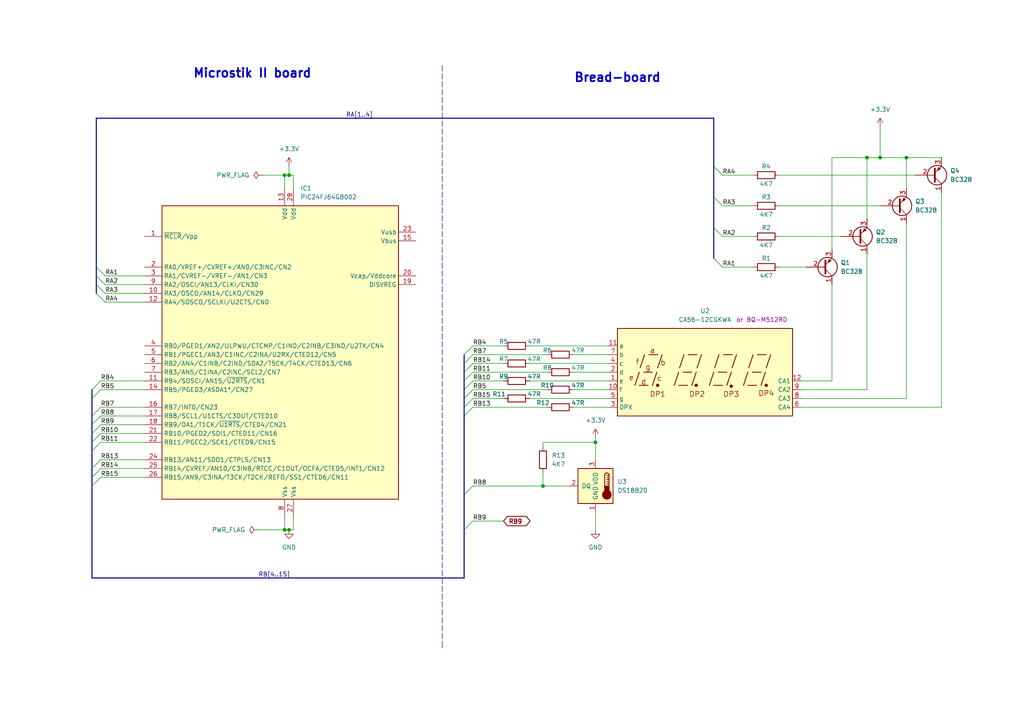
<source format=kicad_sch>
(kicad_sch (version 20211123) (generator eeschema)
  (paper "A4")
  (title_block (title "PIC24FJ Thermometer with DS18B20 and 4 digit LED display") (date "2022-12-31") (rev "0.11") (company "Henryk Paluch"))
  (lib_symbols
    (symbol "Device:R" (pin_numbers hide) (pin_names (offset 0))
      (property "Reference" "R" (at 2.032 0 90))
      (property "Value" "R" (at 0 0 90))
      (symbol "R_0_1"
        (rectangle (start -1.016 -2.54) (end 1.016 2.54) (stroke (width 0.254)))
      )
      (symbol "R_1_1"
        (pin passive line (at 0 3.81 270) (length 1.27) (name "~") (number "1"))
        (pin passive line (at 0 -3.81 90) (length 1.27) (name "~") (number "2"))
      )
    )
    (symbol "Display_Character:CA56-12CGKWA"
      (property "Reference" "U" (at -24.13 13.97 0))
      (property "Value" "CA56-12CGKWA" (at 17.78 13.97 0))
      (symbol "CA56-12CGKWA_0_0"
        (rectangle (start -25.4 12.7) (end 25.4 -12.7) (stroke (width 0.254)) (fill (type background)))
        (polyline (pts (xy -20.32 -3.81) (xy -19.05 0)) (stroke (width 0.254)))
        (polyline (pts (xy -19.05 -3.81) (xy -16.51 -3.81)) (stroke (width 0.254)))
        (polyline (pts (xy -18.796 1.27) (xy -17.526 5.08)) (stroke (width 0.254)))
        (polyline (pts (xy -17.78 0) (xy -15.24 0)) (stroke (width 0.254)))
        (polyline (pts (xy -16.256 5.08) (xy -13.716 5.08)) (stroke (width 0.254)))
        (polyline (pts (xy -15.24 -3.81) (xy -13.97 0)) (stroke (width 0.254)))
        (polyline (pts (xy -13.716 1.27) (xy -12.446 5.08)) (stroke (width 0.254)))
        (polyline (pts (xy -8.89 -3.81) (xy -7.62 0)) (stroke (width 0.254)))
        (polyline (pts (xy -7.62 -3.81) (xy -5.08 -3.81)) (stroke (width 0.254)))
        (polyline (pts (xy -7.366 1.27) (xy -6.096 5.08)) (stroke (width 0.254)))
        (polyline (pts (xy -6.35 0) (xy -3.81 0)) (stroke (width 0.254)))
        (polyline (pts (xy -4.826 5.08) (xy -2.286 5.08)) (stroke (width 0.254)))
        (polyline (pts (xy -3.81 -3.81) (xy -2.54 0)) (stroke (width 0.254)))
        (polyline (pts (xy -2.286 1.27) (xy -1.016 5.08)) (stroke (width 0.254)))
        (polyline (pts (xy 1.27 -3.81) (xy 2.54 0)) (stroke (width 0.254)))
        (polyline (pts (xy 2.54 -3.81) (xy 5.08 -3.81)) (stroke (width 0.254)))
        (polyline (pts (xy 2.794 1.27) (xy 4.064 5.08)) (stroke (width 0.254)))
        (polyline (pts (xy 3.81 0) (xy 6.35 0)) (stroke (width 0.254)))
        (polyline (pts (xy 5.334 5.08) (xy 7.874 5.08)) (stroke (width 0.254)))
        (polyline (pts (xy 6.35 -3.81) (xy 7.62 0)) (stroke (width 0.254)))
        (polyline (pts (xy 7.874 1.27) (xy 9.144 5.08)) (stroke (width 0.254)))
        (polyline (pts (xy 11.176 -3.81) (xy 12.446 0)) (stroke (width 0.254)))
        (polyline (pts (xy 12.446 -3.81) (xy 14.986 -3.81)) (stroke (width 0.254)))
        (polyline (pts (xy 12.7 1.27) (xy 13.97 5.08)) (stroke (width 0.254)))
        (polyline (pts (xy 13.716 0) (xy 16.256 0)) (stroke (width 0.254)))
        (polyline (pts (xy 15.24 5.08) (xy 17.78 5.08)) (stroke (width 0.254)))
        (polyline (pts (xy 16.256 -3.81) (xy 17.526 0)) (stroke (width 0.254)))
        (polyline (pts (xy 17.78 1.27) (xy 19.05 5.08)) (stroke (width 0.254)))
        (text "a" (at -15.24 6.35 0) (effects (font (size 1.524 1.524))))
        (text "b" (at -12.192 2.794 0) (effects (font (size 1.524 1.524))))
        (text "c" (at -13.208 -1.778 0) (effects (font (size 1.524 1.524))))
        (text "d" (at -17.78 -2.794 0) (effects (font (size 1.524 1.524))))
        (text "DP1" (at -13.716 -6.35 0) (effects (font (size 1.524 1.524))))
        (text "DP2" (at -2.286 -6.35 0) (effects (font (size 1.524 1.524))))
        (text "DP3" (at 7.62 -6.35 0) (effects (font (size 1.524 1.524))))
        (text "DP4" (at 17.78 -6.096 0) (effects (font (size 1.524 1.524))))
        (text "e" (at -21.336 -1.524 0) (effects (font (size 1.524 1.524))))
        (text "f" (at -19.558 3.048 0) (effects (font (size 1.524 1.524))))
        (text "g" (at -16.51 1.524 0) (effects (font (size 1.524 1.524))))
      )
      (symbol "CA56-12CGKWA_0_1"
        (circle (center -13.716 -3.81) (radius 0.3556) (stroke (width 0.254)) (fill (type outline)))
        (circle (center -2.54 -3.81) (radius 0.3556) (stroke (width 0.254)) (fill (type outline)))
      )
      (symbol "CA56-12CGKWA_1_0"
        (circle (center 7.62 -4.064) (radius 0.3556) (stroke (width 0.254)) (fill (type outline)))
        (circle (center 17.78 -3.81) (radius 0.3556) (stroke (width 0.254)) (fill (type outline)))
      )
      (symbol "CA56-12CGKWA_1_1"
        (pin input line (at -27.94 -2.54 0) (length 2.54) (name "e") (number "1"))
        (pin input line (at -27.94 -5.08 0) (length 2.54) (name "f") (number "10"))
        (pin input line (at -27.94 7.62 0) (length 2.54) (name "a") (number "11"))
        (pin input line (at 27.94 -2.54 180) (length 2.54) (name "CA1") (number "12"))
        (pin input line (at -27.94 0 0) (length 2.54) (name "d") (number "2"))
        (pin input line (at -27.94 -10.16 0) (length 2.54) (name "DPX") (number "3"))
        (pin input line (at -27.94 2.54 0) (length 2.54) (name "c") (number "4"))
        (pin input line (at -27.94 -7.62 0) (length 2.54) (name "g") (number "5"))
        (pin input line (at 27.94 -10.16 180) (length 2.54) (name "CA4") (number "6"))
        (pin input line (at -27.94 5.08 0) (length 2.54) (name "b") (number "7"))
        (pin input line (at 27.94 -7.62 180) (length 2.54) (name "CA3") (number "8"))
        (pin input line (at 27.94 -5.08 180) (length 2.54) (name "CA2") (number "9"))
      )
    )
    (symbol "Sensor_Temperature:DS18B20" (pin_names (offset 1.016))
      (property "Reference" "U" (at -3.81 6.35 0))
      (property "Value" "DS18B20" (at 6.35 6.35 0))
      (symbol "DS18B20_0_1"
        (rectangle (start -5.08 5.08) (end 5.08 -5.08) (stroke (width 0.254)) (fill (type background)))
        (circle (center -3.302 -2.54) (radius 1.27) (stroke (width 0.254)) (fill (type outline)))
        (rectangle (start -2.667 -1.905) (end -3.937 0) (stroke (width 0.254)) (fill (type outline)))
        (arc (start -2.667 3.175) (mid -3.302 3.81) (end -3.937 3.175) (stroke (width 0.254)))
        (polyline (pts (xy -3.937 0.635) (xy -3.302 0.635)) (stroke (width 0.254)))
        (polyline (pts (xy -3.937 1.27) (xy -3.302 1.27)) (stroke (width 0.254)))
        (polyline (pts (xy -3.937 1.905) (xy -3.302 1.905)) (stroke (width 0.254)))
        (polyline (pts (xy -3.937 2.54) (xy -3.302 2.54)) (stroke (width 0.254)))
        (polyline (pts (xy -3.937 3.175) (xy -3.937 0)) (stroke (width 0.254)))
        (polyline (pts (xy -3.937 3.175) (xy -3.302 3.175)) (stroke (width 0.254)))
        (polyline (pts (xy -2.667 3.175) (xy -2.667 0)) (stroke (width 0.254)))
      )
      (symbol "DS18B20_1_1"
        (pin power_in line (at 0 -7.62 90) (length 2.54) (name "GND") (number "1"))
        (pin bidirectional line (at 7.62 0 180) (length 2.54) (name "DQ") (number "2"))
        (pin power_in line (at 0 7.62 270) (length 2.54) (name "VDD") (number "3"))
      )
    )
    (symbol "Transistor_BJT:BC328" (pin_names (offset 0) hide)
      (property "Reference" "Q" (at 5.08 1.905 0))
      (property "Value" "BC328" (at 5.08 0 0))
      (symbol "BC328_0_1"
        (polyline (pts (xy 0.635 0.635) (xy 2.54 2.54)))
        (polyline (pts (xy 0.635 -0.635) (xy 2.54 -2.54) (xy 2.54 -2.54)))
        (polyline (pts (xy 0.635 1.905) (xy 0.635 -1.905) (xy 0.635 -1.905)) (stroke (width 0.508)))
        (polyline (pts (xy 2.286 -1.778) (xy 1.778 -2.286) (xy 1.27 -1.27) (xy 2.286 -1.778) (xy 2.286 -1.778)) (fill (type outline)))
        (circle (center 1.27 0) (radius 2.8194) (stroke (width 0.254)))
      )
      (symbol "BC328_1_1"
        (pin passive line (at 2.54 5.08 270) (length 2.54) (name "C") (number "1"))
        (pin input line (at -5.08 0 0) (length 5.715) (name "B") (number "2"))
        (pin passive line (at 2.54 -5.08 90) (length 2.54) (name "E") (number "3"))
      )
    )
    (symbol "hp_ms2:PIC24FJ64GB002"
      (property "Reference" "IC" (at -43.18 54.61 0))
      (property "Value" "PIC24FJ64GB002" (at -43.18 52.07 0))
      (symbol "PIC24FJ64GB002_1_0"
        (rectangle (start -36.83 40.64) (end 31.75 -44.45) (stroke (width 0.254)) (fill (type background)))
      )
      (symbol "PIC24FJ64GB002_1_1"
        (pin bidirectional line (at -41.91 31.75 0) (length 5.08) (name "~{MCLR}/Vpp") (number "1"))
        (pin bidirectional line (at -41.91 15.24 0) (length 5.08) (name "RA3/OSCO/AN14/CLKO/CN29") (number "10"))
        (pin bidirectional line (at -41.91 -10.16 0) (length 5.08) (name "RB4/SOSCI/AN15/~{U2RTS}/CN1") (number "11"))
        (pin bidirectional line (at -41.91 12.7 0) (length 5.08) (name "RA4/SOSCO/SCLKI/U2CTS/CN0") (number "12"))
        (pin power_in line (at -1.27 45.72 270) (length 5.08) (name "Vdd") (number "13"))
        (pin bidirectional line (at -41.91 -12.7 0) (length 5.08) (name "RB5/PGED3/ASDA1*/CN27") (number "14"))
        (pin bidirectional line (at 36.83 30.48 180) (length 5.08) (name "Vbus") (number "15"))
        (pin bidirectional line (at -41.91 -17.78 0) (length 5.08) (name "RB7/INT0/CN23") (number "16"))
        (pin bidirectional line (at -41.91 -20.32 0) (length 5.08) (name "RB8/SCL1/U1CTS/C3OUT/CTED10") (number "17"))
        (pin bidirectional line (at -41.91 -22.86 0) (length 5.08) (name "RB9/DA1/T1CK/~{U1RTS}/CTED4/CN21") (number "18"))
        (pin input line (at 36.83 17.78 180) (length 5.08) (name "DISVREG") (number "19"))
        (pin bidirectional line (at -41.91 22.86 0) (length 5.08) (name "RA0/VREF+/CVREF+/AN0/C3INC/CN2") (number "2"))
        (pin bidirectional line (at 36.83 20.32 180) (length 5.08) (name "Vcap/Vddcore") (number "20"))
        (pin bidirectional line (at -41.91 -25.4 0) (length 5.08) (name "RB10/PGED2/SDI1/CTED11/CN16") (number "21"))
        (pin bidirectional line (at -41.91 -27.94 0) (length 5.08) (name "RB11/PGEC2/SCK1/CTED9/CN15") (number "22"))
        (pin bidirectional line (at 36.83 33.02 180) (length 5.08) (name "Vusb") (number "23"))
        (pin bidirectional line (at -41.91 -33.02 0) (length 5.08) (name "RB13/AN11/SDO1/CTPLS/CN13") (number "24"))
        (pin bidirectional line (at -41.91 -35.56 0) (length 5.08) (name "RB14/CVREF/AN10/C3INB/RTCC/C1OUT/OCFA/CTED5/INT1/CN12") (number "25"))
        (pin bidirectional line (at -41.91 -38.1 0) (length 5.08) (name "RB15/AN9/C3INA/T3CK/T2CK/REFO/SS1/CTED6/CN11") (number "26"))
        (pin power_in line (at 1.27 -49.53 90) (length 5.08) (name "Vss") (number "27"))
        (pin power_in line (at 1.27 45.72 270) (length 5.08) (name "Vdd") (number "28"))
        (pin bidirectional line (at -41.91 20.32 0) (length 5.08) (name "RA1/CVREF-/VREF-/AN1/CN3") (number "3"))
        (pin bidirectional line (at -41.91 0 0) (length 5.08) (name "RB0/PGED1/AN2/ULPWU/CTCMP/C1IND/C2INB/C3IND/U2TX/CN4") (number "4"))
        (pin bidirectional line (at -41.91 -2.54 0) (length 5.08) (name "RB1/PGEC1/AN3/C1INC/C2INA/U2RX/CTED12/CN5") (number "5"))
        (pin bidirectional line (at -41.91 -5.08 0) (length 5.08) (name "RB2/AN4/C1INB/C2IND/SDA2/T5CK/T4CK/CTED13/CN6") (number "6"))
        (pin bidirectional line (at -41.91 -7.62 0) (length 5.08) (name "RB3/AN5/C1INA/C2INC/SCL2/CN7") (number "7"))
        (pin power_in line (at -1.27 -49.53 90) (length 5.08) (name "Vss") (number "8"))
        (pin bidirectional line (at -41.91 17.78 0) (length 5.08) (name "RA2/OSCI/AN13/CLKI/CN30") (number "9"))
      )
    )
    (symbol "power:+3.3V" (power) (pin_names (offset 0))
      (property "Value" "+3.3V" (at 0 3.556 0))
      (symbol "+3.3V_0_1"
        (polyline (pts (xy -0.762 1.27) (xy 0 2.54)))
        (polyline (pts (xy 0 0) (xy 0 2.54)))
        (polyline (pts (xy 0 2.54) (xy 0.762 1.27)))
      )
      (symbol "+3.3V_1_1"
        (pin power_in line (at 0 0 90) (length 0) hide (name "+3.3V") (number "1"))
      )
    )
    (symbol "power:GND" (power) (pin_names (offset 0))
      (property "Value" "GND" (at 0 -3.81 0))
      (symbol "GND_0_1"
        (polyline (pts (xy 0 0) (xy 0 -1.27) (xy 1.27 -1.27) (xy 0 -2.54) (xy -1.27 -1.27) (xy 0 -1.27)))
      )
      (symbol "GND_1_1"
        (pin power_in line (at 0 0 270) (length 0) hide (name "GND") (number "1"))
      )
    )
    (symbol "power:PWR_FLAG" (power) (pin_numbers hide) (pin_names (offset 0) hide)
      (property "Value" "PWR_FLAG" (at 0 3.81 0))
      (symbol "PWR_FLAG_0_0"
        (pin power_out line (at 0 0 90) (length 0) (name "pwr") (number "1"))
      )
      (symbol "PWR_FLAG_0_1"
        (polyline (pts (xy 0 0) (xy 0 1.27) (xy -1.016 1.905) (xy 0 2.54) (xy 1.016 1.905) (xy 0 1.27)))
      )
    )
  )
  (junction (at 83.82 50.8))
  (junction (at 255.27 45.72))
  (junction (at 82.55 153.67))
  (junction (at 262.89 45.72))
  (junction (at 157.48 140.97))
  (junction (at 251.46 45.72))
  (junction (at 83.82 153.67))
  (junction (at 172.72 128.27))
  (junction (at 82.55 50.8))
  (bus_entry (at 27.94 85.09) (size 2.54 2.54))
  (bus_entry (at 134.62 113.03) (size 2.54 -2.54))
  (bus_entry (at 207.01 66.04) (size 2.54 2.54))
  (bus_entry (at 134.62 102.87) (size 2.54 -2.54))
  (bus_entry (at 26.67 135.89) (size 2.54 -2.54))
  (bus_entry (at 207.01 57.15) (size 2.54 2.54))
  (bus_entry (at 26.67 120.65) (size 2.54 -2.54))
  (bus_entry (at 134.62 110.49) (size 2.54 -2.54))
  (bus_entry (at 26.67 113.03) (size 2.54 -2.54))
  (bus_entry (at 134.62 107.95) (size 2.54 -2.54))
  (bus_entry (at 27.94 82.55) (size 2.54 2.54))
  (bus_entry (at 134.62 115.57) (size 2.54 -2.54))
  (bus_entry (at 26.67 130.81) (size 2.54 -2.54))
  (bus_entry (at 26.67 138.43) (size 2.54 -2.54))
  (bus_entry (at 27.94 80.01) (size 2.54 2.54))
  (bus_entry (at 26.67 115.57) (size 2.54 -2.54))
  (bus_entry (at 207.01 74.93) (size 2.54 2.54))
  (bus_entry (at 134.62 105.41) (size 2.54 -2.54))
  (bus_entry (at 26.67 140.97) (size 2.54 -2.54))
  (bus_entry (at 134.62 120.65) (size 2.54 -2.54))
  (bus_entry (at 134.62 118.11) (size 2.54 -2.54))
  (bus_entry (at 207.01 48.26) (size 2.54 2.54))
  (bus_entry (at 26.67 128.27) (size 2.54 -2.54))
  (bus_entry (at 26.67 123.19) (size 2.54 -2.54))
  (bus_entry (at 27.94 77.47) (size 2.54 2.54))
  (bus_entry (at 26.67 125.73) (size 2.54 -2.54))
  (bus_entry (at 134.62 143.51) (size 2.54 -2.54))
  (bus_entry (at 134.62 153.67) (size 2.54 -2.54))
  (wire (pts (xy 82.55 153.67) (xy 83.82 153.67)))
  (wire (pts (xy 29.21 123.19) (xy 41.91 123.19)))
  (wire (pts (xy 30.48 82.55) (xy 41.91 82.55)))
  (wire (pts (xy 29.21 113.03) (xy 41.91 113.03)))
  (bus (pts (xy 27.94 34.29) (xy 207.01 34.29)))
  (wire (pts (xy 262.89 45.72) (xy 262.89 54.61)))
  (wire (pts (xy 137.16 100.33) (xy 146.05 100.33)))
  (wire (pts (xy 29.21 120.65) (xy 41.91 120.65)))
  (wire (pts (xy 166.37 113.03) (xy 176.53 113.03)))
  (wire (pts (xy 29.21 133.35) (xy 41.91 133.35)))
  (bus (pts (xy 134.62 113.03) (xy 134.62 115.57)))
  (wire (pts (xy 226.06 68.58) (xy 243.84 68.58)))
  (wire (pts (xy 209.55 59.69) (xy 218.44 59.69)))
  (bus (pts (xy 26.67 138.43) (xy 26.67 140.97)))
  (wire (pts (xy 251.46 63.5) (xy 251.46 45.72)))
  (wire (pts (xy 153.67 115.57) (xy 176.53 115.57)))
  (bus (pts (xy 27.94 80.01) (xy 27.94 77.47)))
  (wire (pts (xy 137.16 110.49) (xy 146.05 110.49)))
  (wire (pts (xy 85.09 54.61) (xy 85.09 50.8)))
  (bus (pts (xy 207.01 66.04) (xy 207.01 74.93)))
  (bus (pts (xy 134.62 110.49) (xy 134.62 113.03)))
  (wire (pts (xy 82.55 50.8) (xy 82.55 54.61)))
  (bus (pts (xy 27.94 85.09) (xy 27.94 82.55)))
  (wire (pts (xy 74.93 153.67) (xy 82.55 153.67)))
  (wire (pts (xy 157.48 129.54) (xy 157.48 128.27)))
  (bus (pts (xy 27.94 34.29) (xy 27.94 77.47)))
  (wire (pts (xy 137.16 107.95) (xy 158.75 107.95)))
  (wire (pts (xy 153.67 110.49) (xy 176.53 110.49)))
  (wire (pts (xy 137.16 105.41) (xy 146.05 105.41)))
  (polyline (pts (xy 128.27 186.69) (xy 128.27 187.96)))
  (wire (pts (xy 241.3 82.55) (xy 241.3 110.49)))
  (bus (pts (xy 207.01 48.26) (xy 207.01 57.15)))
  (wire (pts (xy 166.37 102.87) (xy 176.53 102.87)))
  (wire (pts (xy 273.05 55.88) (xy 273.05 118.11)))
  (wire (pts (xy 262.89 45.72) (xy 255.27 45.72)))
  (wire (pts (xy 262.89 64.77) (xy 262.89 115.57)))
  (wire (pts (xy 166.37 118.11) (xy 176.53 118.11)))
  (bus (pts (xy 26.67 130.81) (xy 26.67 135.89)))
  (bus (pts (xy 26.67 120.65) (xy 26.67 123.19)))
  (wire (pts (xy 137.16 102.87) (xy 158.75 102.87)))
  (wire (pts (xy 137.16 151.13) (xy 146.05 151.13)))
  (bus (pts (xy 134.62 120.65) (xy 134.62 143.51)))
  (wire (pts (xy 226.06 50.8) (xy 265.43 50.8)))
  (wire (pts (xy 251.46 45.72) (xy 255.27 45.72)))
  (wire (pts (xy 172.72 127) (xy 172.72 128.27)))
  (wire (pts (xy 157.48 137.16) (xy 157.48 140.97)))
  (bus (pts (xy 207.01 57.15) (xy 207.01 66.04)))
  (wire (pts (xy 83.82 50.8) (xy 83.82 48.26)))
  (wire (pts (xy 251.46 73.66) (xy 251.46 113.03)))
  (bus (pts (xy 27.94 82.55) (xy 27.94 80.01)))
  (wire (pts (xy 85.09 50.8) (xy 83.82 50.8)))
  (wire (pts (xy 82.55 149.86) (xy 82.55 153.67)))
  (bus (pts (xy 134.62 153.67) (xy 134.62 167.64)))
  (wire (pts (xy 241.3 72.39) (xy 241.3 45.72)))
  (bus (pts (xy 207.01 34.29) (xy 207.01 48.26)))
  (wire (pts (xy 262.89 115.57) (xy 232.41 115.57)))
  (wire (pts (xy 153.67 105.41) (xy 176.53 105.41)))
  (wire (pts (xy 29.21 110.49) (xy 41.91 110.49)))
  (bus (pts (xy 26.67 128.27) (xy 26.67 130.81)))
  (bus (pts (xy 26.67 123.19) (xy 26.67 125.73)))
  (wire (pts (xy 166.37 107.95) (xy 176.53 107.95)))
  (bus (pts (xy 134.62 143.51) (xy 134.62 153.67)))
  (wire (pts (xy 30.48 80.01) (xy 41.91 80.01)))
  (wire (pts (xy 255.27 45.72) (xy 255.27 36.83)))
  (bus (pts (xy 134.62 115.57) (xy 134.62 118.11)))
  (wire (pts (xy 137.16 140.97) (xy 157.48 140.97)))
  (bus (pts (xy 134.62 118.11) (xy 134.62 120.65)))
  (wire (pts (xy 29.21 125.73) (xy 41.91 125.73)))
  (bus (pts (xy 26.67 125.73) (xy 26.67 128.27)))
  (wire (pts (xy 209.55 68.58) (xy 218.44 68.58)))
  (wire (pts (xy 157.48 128.27) (xy 172.72 128.27)))
  (wire (pts (xy 273.05 45.72) (xy 262.89 45.72)))
  (wire (pts (xy 226.06 77.47) (xy 233.68 77.47)))
  (wire (pts (xy 251.46 113.03) (xy 232.41 113.03)))
  (wire (pts (xy 226.06 59.69) (xy 255.27 59.69)))
  (wire (pts (xy 137.16 115.57) (xy 146.05 115.57)))
  (wire (pts (xy 273.05 118.11) (xy 232.41 118.11)))
  (wire (pts (xy 85.09 153.67) (xy 85.09 149.86)))
  (wire (pts (xy 241.3 45.72) (xy 251.46 45.72)))
  (wire (pts (xy 137.16 118.11) (xy 158.75 118.11)))
  (wire (pts (xy 172.72 128.27) (xy 172.72 133.35)))
  (bus (pts (xy 134.62 107.95) (xy 134.62 110.49)))
  (polyline (pts (xy 128.27 19.05) (xy 128.27 187.96)))
  (bus (pts (xy 26.67 167.64) (xy 134.62 167.64)))
  (wire (pts (xy 209.55 77.47) (xy 218.44 77.47)))
  (wire (pts (xy 76.2 50.8) (xy 82.55 50.8)))
  (bus (pts (xy 26.67 140.97) (xy 26.67 167.64)))
  (wire (pts (xy 137.16 113.03) (xy 158.75 113.03)))
  (wire (pts (xy 241.3 110.49) (xy 232.41 110.49)))
  (bus (pts (xy 26.67 115.57) (xy 26.67 120.65)))
  (bus (pts (xy 26.67 135.89) (xy 26.67 138.43)))
  (wire (pts (xy 172.72 148.59) (xy 172.72 153.67)))
  (wire (pts (xy 29.21 118.11) (xy 41.91 118.11)))
  (bus (pts (xy 26.67 113.03) (xy 26.67 115.57)))
  (wire (pts (xy 29.21 138.43) (xy 41.91 138.43)))
  (wire (pts (xy 30.48 87.63) (xy 41.91 87.63)))
  (wire (pts (xy 153.67 100.33) (xy 176.53 100.33)))
  (wire (pts (xy 29.21 128.27) (xy 41.91 128.27)))
  (wire (pts (xy 209.55 50.8) (xy 218.44 50.8)))
  (bus (pts (xy 134.62 105.41) (xy 134.62 107.95)))
  (wire (pts (xy 29.21 135.89) (xy 41.91 135.89)))
  (wire (pts (xy 157.48 140.97) (xy 165.1 140.97)))
  (wire (pts (xy 30.48 85.09) (xy 41.91 85.09)))
  (bus (pts (xy 134.62 102.87) (xy 134.62 105.41)))
  (wire (pts (xy 83.82 153.67) (xy 85.09 153.67)))
  (wire (pts (xy 83.82 50.8) (xy 82.55 50.8)))
  (text "Bread-board" (at 166.37 24.13 0) (effects (font (size 2.54 2.54) (thickness 0.508) bold) (justify left bottom)))
  (text "Microstik II board" (at 55.88 22.86 0) (effects (font (size 2.54 2.54) (thickness 0.508) bold) (justify left bottom)))
  (label "RA3" (at 209.55 59.69 0))
  (label "RB11" (at 29.21 128.27 0))
  (label "RA1" (at 30.48 80.01 0))
  (label "RA2" (at 209.55 68.58 0))
  (label "RB4" (at 29.21 110.49 0))
  (label "RB15" (at 29.21 138.43 0))
  (label "RB[4..15]" (at 74.93 167.64 0))
  (label "RB9" (at 137.16 151.13 0))
  (label "RB13" (at 137.16 118.11 0))
  (label "RB5" (at 29.21 113.03 0))
  (label "RB7" (at 137.16 102.87 0))
  (label "RB13" (at 29.21 133.35 0))
  (label "RB7" (at 29.21 118.11 0))
  (label "RA4" (at 209.55 50.8 0))
  (label "RA2" (at 30.48 82.55 0))
  (label "RA4" (at 30.48 87.63 0))
  (label "RB5" (at 137.16 113.03 0))
  (label "RB10" (at 137.16 110.49 0))
  (label "RB11" (at 137.16 107.95 0))
  (label "RB10" (at 29.21 125.73 0))
  (label "RB14" (at 29.21 135.89 0))
  (label "RB9" (at 29.21 123.19 0))
  (label "RB15" (at 137.16 115.57 0))
  (label "RA1" (at 209.55 77.47 0))
  (label "RB14" (at 137.16 105.41 0))
  (label "RB4" (at 137.16 100.33 0))
  (label "RB8" (at 29.21 120.65 0))
  (label "RB8" (at 137.16 140.97 0))
  (label "RA3" (at 30.48 85.09 0))
  (label "RA[1..4]" (at 100.33 34.29 0))
  (global_label "RB9" (shape bidirectional) (at 146.05 151.13 0) (effects (font bold)) (property "Intersheet References" "${INTERSHEET_REFS}" (effects hide)))
  (symbol (lib_id "Device:R") (at 149.86 105.41 270) (mirror x) (unit 1)
    (property "Reference" "R7" (at 146.05 104.14 90))
    (property "Value" "47R" (at 154.94 104.14 90))
  )
  (symbol (lib_id "Display_Character:CA56-12CGKWA") (at 204.47 107.95 0) (unit 1)
    (property "Reference" "U2" (at 204.47 90.17 0))
    (property "Value" "CA56-12CGKWA" (at 204.47 92.71 0))
    (property "Footprint" "Display_7Segment:CA56-12CGKWA" (effects hide))
    (property "Datasheet" "http://www.kingbright.com/attachments/file/psearch/000/00/00/CA56-12CGKWA(Ver.9A).pdf" (effects hide))
    (property "Value2" "or BQ-M512RD" (at 220.98 92.71 0))
  )
  (symbol (lib_id "Device:R") (at 149.86 115.57 270) (mirror x) (unit 1)
    (property "Reference" "R11" (at 144.78 114.3 90))
    (property "Value" "47R" (at 154.94 114.3 90))
  )
  (symbol (lib_id "Device:R") (at 162.56 118.11 270) (mirror x) (unit 1)
    (property "Reference" "R12" (at 157.48 116.84 90))
    (property "Value" "47R" (at 167.64 116.84 90))
  )
  (symbol (lib_id "Sensor_Temperature:DS18B20") (at 172.72 140.97 0) (mirror y) (unit 1)
    (property "Reference" "U3" (at 179.07 139.6999 0) (effects (justify right)))
    (property "Value" "DS18B20" (at 179.07 142.2399 0) (effects (justify right)))
    (property "Footprint" "Package_TO_SOT_THT:TO-92_Inline" (effects hide))
    (property "Datasheet" "http://datasheets.maximintegrated.com/en/ds/DS18B20.pdf" (effects hide))
  )
  (symbol (lib_id "power:PWR_FLAG") (at 74.93 153.67 90) (unit 1)
    (property "Reference" "#FLG0101" (effects hide))
    (property "Value" "PWR_FLAG" (at 71.12 153.6699 90) (effects (justify left)))
  )
  (symbol (lib_id "Device:R") (at 222.25 50.8 270) (mirror x) (unit 1)
    (property "Reference" "R4" (at 222.25 48.26 90))
    (property "Value" "4K7" (at 222.25 53.34 90))
  )
  (symbol (lib_id "Transistor_BJT:BC328") (at 238.76 77.47 0) (mirror x) (unit 1)
    (property "Reference" "Q1" (at 243.84 76.1999 0) (effects (justify left)))
    (property "Value" "BC328" (at 243.84 78.7399 0) (effects (justify left)))
    (property "Footprint" "Package_TO_SOT_THT:TO-92_Inline" (effects hide))
    (property "Datasheet" "http://www.redrok.com/PNP_BC327_-45V_-800mA_0.625W_Hfe100_TO-92.pdf" (effects hide))
  )
  (symbol (lib_id "Device:R") (at 222.25 77.47 270) (mirror x) (unit 1)
    (property "Reference" "R1" (at 222.25 74.93 90))
    (property "Value" "4K7" (at 222.25 80.01 90))
  )
  (symbol (lib_id "Device:R") (at 149.86 110.49 270) (mirror x) (unit 1)
    (property "Reference" "R9" (at 146.05 109.22 90))
    (property "Value" "47R" (at 154.94 109.22 90))
  )
  (symbol (lib_id "Device:R") (at 149.86 100.33 270) (mirror x) (unit 1)
    (property "Reference" "R5" (at 146.05 99.06 90))
    (property "Value" "47R" (at 154.94 99.06 90))
  )
  (symbol (lib_id "Device:R") (at 157.48 133.35 0) (unit 1)
    (property "Reference" "R13" (at 160.02 132.0799 0) (effects (justify left)))
    (property "Value" "4K7" (at 160.02 134.6199 0) (effects (justify left)))
  )
  (symbol (lib_id "Device:R") (at 162.56 113.03 270) (mirror x) (unit 1)
    (property "Reference" "R10" (at 158.75 111.76 90))
    (property "Value" "47R" (at 167.64 111.76 90))
  )
  (symbol (lib_id "power:+3.3V") (at 172.72 127 0) (unit 1)
    (property "Reference" "#PWR0103" (effects hide))
    (property "Value" "+3.3V" (at 172.72 121.92 0))
  )
  (symbol (lib_id "Device:R") (at 162.56 102.87 270) (mirror x) (unit 1)
    (property "Reference" "R6" (at 158.75 101.6 90))
    (property "Value" "47R" (at 167.64 101.6 90))
  )
  (symbol (lib_id "Device:R") (at 222.25 59.69 270) (mirror x) (unit 1)
    (property "Reference" "R3" (at 222.25 57.15 90))
    (property "Value" "4K7" (at 222.25 62.23 90))
  )
  (symbol (lib_id "Transistor_BJT:BC328") (at 248.92 68.58 0) (mirror x) (unit 1)
    (property "Reference" "Q2" (at 254 67.3099 0) (effects (justify left)))
    (property "Value" "BC328" (at 254 69.8499 0) (effects (justify left)))
    (property "Footprint" "Package_TO_SOT_THT:TO-92_Inline" (effects hide))
    (property "Datasheet" "http://www.redrok.com/PNP_BC327_-45V_-800mA_0.625W_Hfe100_TO-92.pdf" (effects hide))
  )
  (symbol (lib_id "power:GND") (at 83.82 153.67 0) (unit 1)
    (property "Reference" "#PWR0102" (effects hide))
    (property "Value" "GND" (at 83.82 158.75 0))
  )
  (symbol (lib_id "power:GND") (at 172.72 153.67 0) (unit 1)
    (property "Reference" "#PWR0105" (effects hide))
    (property "Value" "GND" (at 172.72 158.75 0))
  )
  (symbol (lib_id "Transistor_BJT:BC328") (at 270.51 50.8 0) (mirror x) (unit 1)
    (property "Reference" "Q4" (at 275.59 49.5299 0) (effects (justify left)))
    (property "Value" "BC328" (at 275.59 52.0699 0) (effects (justify left)))
    (property "Footprint" "Package_TO_SOT_THT:TO-92_Inline" (effects hide))
    (property "Datasheet" "http://www.redrok.com/PNP_BC327_-45V_-800mA_0.625W_Hfe100_TO-92.pdf" (effects hide))
  )
  (symbol (lib_id "power:+3.3V") (at 255.27 36.83 0) (unit 1)
    (property "Reference" "#PWR0101" (effects hide))
    (property "Value" "+3.3V" (at 255.27 31.75 0))
  )
  (symbol (lib_id "hp_ms2:PIC24FJ64GB002") (at 83.82 100.33 0) (unit 1)
    (property "Reference" "IC1" (at 87.1094 54.61 0) (effects (justify left)))
    (property "Value" "PIC24FJ64GB002" (at 87.1094 57.15 0) (effects (justify left)))
    (property "Footprint" "Package_DIP:DIP-28_W7.62mm_Socket" (effects hide))
    (property "Datasheet" "https://www.microchip.com/en-us/product/PIC24FJ64GB002" (effects hide))
  )
  (symbol (lib_id "Device:R") (at 222.25 68.58 270) (mirror x) (unit 1)
    (property "Reference" "R2" (at 222.25 66.04 90))
    (property "Value" "4K7" (at 222.25 71.12 90))
  )
  (symbol (lib_id "power:PWR_FLAG") (at 76.2 50.8 90) (unit 1)
    (property "Reference" "#FLG0102" (effects hide))
    (property "Value" "PWR_FLAG" (at 72.39 50.7999 90) (effects (justify left)))
  )
  (symbol (lib_id "Device:R") (at 162.56 107.95 270) (mirror x) (unit 1)
    (property "Reference" "R8" (at 158.75 106.68 90))
    (property "Value" "47R" (at 167.64 106.68 90))
  )
  (symbol (lib_id "Transistor_BJT:BC328") (at 260.35 59.69 0) (mirror x) (unit 1)
    (property "Reference" "Q3" (at 265.43 58.4199 0) (effects (justify left)))
    (property "Value" "BC328" (at 265.43 60.9599 0) (effects (justify left)))
    (property "Footprint" "Package_TO_SOT_THT:TO-92_Inline" (effects hide))
    (property "Datasheet" "http://www.redrok.com/PNP_BC327_-45V_-800mA_0.625W_Hfe100_TO-92.pdf" (effects hide))
  )
  (symbol (lib_id "power:+3.3V") (at 83.82 48.26 0) (unit 1)
    (property "Reference" "#PWR0104" (effects hide))
    (property "Value" "+3.3V" (at 83.82 43.18 0))
  )
)
</source>
